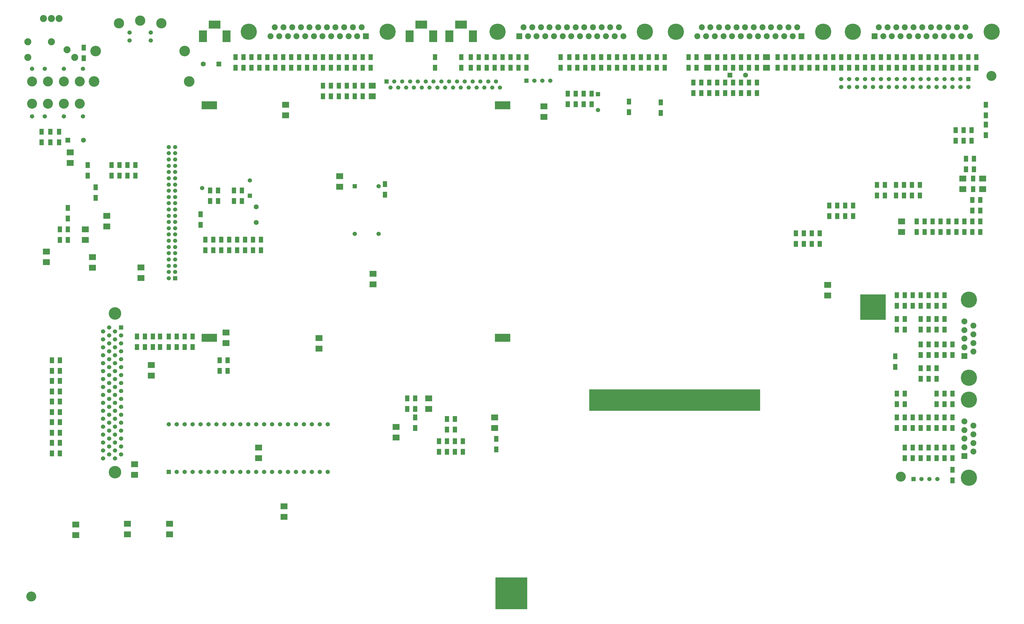
<source format=gbs>
G04 #@! TF.GenerationSoftware,KiCad,Pcbnew,5.1.7-1.fc32*
G04 #@! TF.CreationDate,2020-10-19T10:18:13+01:00*
G04 #@! TF.ProjectId,Amiga600,416d6967-6136-4303-902e-6b696361645f,rev?*
G04 #@! TF.SameCoordinates,Original*
G04 #@! TF.FileFunction,Soldermask,Bot*
G04 #@! TF.FilePolarity,Negative*
%FSLAX46Y46*%
G04 Gerber Fmt 4.6, Leading zero omitted, Abs format (unit mm)*
G04 Created by KiCad (PCBNEW 5.1.7-1.fc32) date 2020-10-19 10:18:13*
%MOMM*%
%LPD*%
G01*
G04 APERTURE LIST*
%ADD10C,0.100000*%
%ADD11C,1.370000*%
%ADD12R,1.370000X1.370000*%
%ADD13C,4.000000*%
%ADD14R,5.000000X2.500000*%
%ADD15O,4.750000X2.500000*%
%ADD16C,2.250000*%
%ADD17C,1.900000*%
%ADD18C,5.200000*%
%ADD19C,4.200000*%
%ADD20R,1.900000X1.900000*%
%ADD21R,8.128000X8.128000*%
%ADD22C,4.500000*%
%ADD23C,3.200000*%
%ADD24R,0.762000X6.350000*%
%ADD25C,1.600000*%
%ADD26R,1.600000X1.600000*%
%ADD27R,1.370000X1.900000*%
%ADD28R,2.300000X1.900000*%
%ADD29C,3.300000*%
%ADD30C,3.400000*%
%ADD31R,10.160000X10.160000*%
%ADD32C,1.330000*%
%ADD33R,1.330000X1.330000*%
%ADD34R,3.750000X2.500000*%
%ADD35R,2.500000X3.750000*%
%ADD36O,2.000000X3.500000*%
%ADD37O,3.500000X2.300000*%
G04 APERTURE END LIST*
D10*
G36*
X237998000Y-129540000D02*
G01*
X183388000Y-129540000D01*
X183388000Y-122682000D01*
X237998000Y-122682000D01*
X237998000Y-129540000D01*
G37*
D11*
X28052000Y-144780000D03*
X29962000Y-143510000D03*
X28052000Y-142240000D03*
X29962000Y-140970000D03*
X28052000Y-139700000D03*
X29962000Y-138430000D03*
X28052000Y-137160000D03*
X29962000Y-135890000D03*
X28052000Y-134620000D03*
X29962000Y-133350000D03*
X28052000Y-132080000D03*
X29962000Y-130810000D03*
X28052000Y-129540000D03*
X29962000Y-128270000D03*
X28052000Y-127000000D03*
X29962000Y-125730000D03*
X28052000Y-124460000D03*
X29962000Y-123190000D03*
X28052000Y-121920000D03*
X29962000Y-120650000D03*
X28052000Y-119380000D03*
X29962000Y-118110000D03*
X28052000Y-116840000D03*
X29962000Y-115570000D03*
X28052000Y-114300000D03*
X29962000Y-113030000D03*
X28052000Y-111760000D03*
X29962000Y-110490000D03*
X28052000Y-109220000D03*
X29962000Y-107950000D03*
X28052000Y-106680000D03*
X29962000Y-105410000D03*
X28052000Y-104140000D03*
X29962000Y-102870000D03*
X31872000Y-144780000D03*
X33782000Y-143510000D03*
X31872000Y-142240000D03*
X33782000Y-140970000D03*
X31872000Y-139700000D03*
X33782000Y-138430000D03*
X31872000Y-137160000D03*
X33782000Y-135890000D03*
X31872000Y-134620000D03*
X33782000Y-133350000D03*
X31872000Y-132080000D03*
X33782000Y-130810000D03*
X31872000Y-129540000D03*
X33782000Y-128270000D03*
X31872000Y-127000000D03*
X33782000Y-125730000D03*
X31872000Y-124460000D03*
X33782000Y-123190000D03*
X31872000Y-121920000D03*
X33782000Y-120650000D03*
X31872000Y-119380000D03*
X33782000Y-118110000D03*
X31872000Y-116840000D03*
X33782000Y-115570000D03*
X31872000Y-114300000D03*
X33782000Y-113030000D03*
X31872000Y-111760000D03*
X33782000Y-110490000D03*
X31872000Y-109220000D03*
X33782000Y-107950000D03*
X31872000Y-106680000D03*
X33782000Y-105410000D03*
D12*
X33782000Y-102870000D03*
D13*
X31872000Y-98420000D03*
X31872000Y-149230000D03*
D11*
X31872000Y-104140000D03*
D14*
X61976000Y-106172000D03*
D15*
X61976000Y-106172000D03*
D14*
X155702000Y-106172000D03*
D15*
X155702000Y-106172000D03*
D14*
X155702000Y-31750000D03*
D15*
X155702000Y-31750000D03*
D14*
X61976000Y-31750000D03*
D15*
X61976000Y-31750000D03*
D11*
X263906000Y-25908000D03*
X263906000Y-23368000D03*
X266446000Y-25908000D03*
X266446000Y-23368000D03*
X268986000Y-25908000D03*
X268986000Y-23368000D03*
X271526000Y-25908000D03*
X271526000Y-23368000D03*
X274066000Y-25908000D03*
X274066000Y-23368000D03*
X276606000Y-25908000D03*
X276606000Y-23368000D03*
X279146000Y-25908000D03*
X279146000Y-23368000D03*
X281686000Y-25908000D03*
X281686000Y-23368000D03*
X284226000Y-25908000D03*
X284226000Y-23368000D03*
X286766000Y-25908000D03*
X286766000Y-23368000D03*
X289306000Y-25908000D03*
X289306000Y-23368000D03*
X291846000Y-25908000D03*
X291846000Y-23368000D03*
X294386000Y-25908000D03*
X294386000Y-23368000D03*
X296926000Y-25908000D03*
X296926000Y-23368000D03*
X299466000Y-25908000D03*
X299466000Y-23368000D03*
X302006000Y-25908000D03*
X302006000Y-23368000D03*
X304546000Y-25908000D03*
D12*
X304546000Y-23368000D03*
D16*
X11510000Y-11470000D03*
X19010000Y-16470000D03*
X16510000Y-13970000D03*
X4010000Y-11470000D03*
X4010000Y-16470000D03*
X14010000Y-3970000D03*
X9010000Y-3970000D03*
X11510000Y-3970000D03*
D17*
X303659000Y-6812000D03*
X300889000Y-6812000D03*
X298119000Y-6812000D03*
X295349000Y-6812000D03*
X292579000Y-6812000D03*
X289809000Y-6812000D03*
X287039000Y-6812000D03*
X284269000Y-6812000D03*
X281499000Y-6812000D03*
X278729000Y-6812000D03*
X275959000Y-6812000D03*
X305044000Y-9652000D03*
X302274000Y-9652000D03*
X299504000Y-9652000D03*
X296734000Y-9652000D03*
X293964000Y-9652000D03*
X291194000Y-9652000D03*
X288424000Y-9652000D03*
X285654000Y-9652000D03*
X282884000Y-9652000D03*
X280114000Y-9652000D03*
D18*
X267644000Y-8232000D03*
X311974000Y-8232000D03*
D19*
X267644000Y-8232000D03*
X311974000Y-8232000D03*
D17*
X277344000Y-9652000D03*
D20*
X274574000Y-9652000D03*
D17*
X219351000Y-6812000D03*
X222121000Y-6812000D03*
X224891000Y-6812000D03*
X227661000Y-6812000D03*
X230431000Y-6812000D03*
X233201000Y-6812000D03*
X235971000Y-6812000D03*
X238741000Y-6812000D03*
X241511000Y-6812000D03*
X244281000Y-6812000D03*
X247051000Y-6812000D03*
X249821000Y-6812000D03*
X217966000Y-9652000D03*
X220736000Y-9652000D03*
X223506000Y-9652000D03*
X226276000Y-9652000D03*
X229046000Y-9652000D03*
X231816000Y-9652000D03*
X234586000Y-9652000D03*
X237356000Y-9652000D03*
X240126000Y-9652000D03*
X242896000Y-9652000D03*
X245666000Y-9652000D03*
D18*
X211036000Y-8232000D03*
X258136000Y-8232000D03*
D19*
X211036000Y-8232000D03*
X258136000Y-8232000D03*
D17*
X248436000Y-9652000D03*
D20*
X251206000Y-9652000D03*
D17*
X192891000Y-6812000D03*
X190121000Y-6812000D03*
X187351000Y-6812000D03*
X184581000Y-6812000D03*
X181811000Y-6812000D03*
X179041000Y-6812000D03*
X176271000Y-6812000D03*
X173501000Y-6812000D03*
X170731000Y-6812000D03*
X167961000Y-6812000D03*
X165191000Y-6812000D03*
X162421000Y-6812000D03*
X194276000Y-9652000D03*
X191506000Y-9652000D03*
X188736000Y-9652000D03*
X185966000Y-9652000D03*
X183196000Y-9652000D03*
X180426000Y-9652000D03*
X177656000Y-9652000D03*
X174886000Y-9652000D03*
X172116000Y-9652000D03*
X169346000Y-9652000D03*
X166576000Y-9652000D03*
D18*
X154106000Y-8232000D03*
X201206000Y-8232000D03*
D19*
X154106000Y-8232000D03*
X201206000Y-8232000D03*
D17*
X163806000Y-9652000D03*
D20*
X161036000Y-9652000D03*
D21*
X274066000Y-96393000D03*
D22*
X274066000Y-96393000D03*
D12*
X108458000Y-57658000D03*
D11*
X116078000Y-57658000D03*
X116078000Y-72898000D03*
X108458000Y-72898000D03*
D23*
X311912000Y-22352000D03*
X5080000Y-188976000D03*
X282956000Y-150622000D03*
D24*
X235458000Y-125857000D03*
X234188000Y-125857000D03*
X232918000Y-125857000D03*
X231648000Y-125857000D03*
X230378000Y-125857000D03*
X229108000Y-125857000D03*
X227838000Y-125857000D03*
X226568000Y-125857000D03*
X225298000Y-125857000D03*
X224028000Y-125857000D03*
X222758000Y-125857000D03*
X220218000Y-125857000D03*
X221488000Y-125857000D03*
X218948000Y-125857000D03*
X217678000Y-125857000D03*
X216408000Y-125857000D03*
X215138000Y-125857000D03*
X213868000Y-125857000D03*
X212598000Y-125857000D03*
X211328000Y-125857000D03*
X210058000Y-125857000D03*
X208788000Y-125857000D03*
X207518000Y-125857000D03*
X206248000Y-125857000D03*
X204978000Y-125857000D03*
X203708000Y-125857000D03*
X202438000Y-125857000D03*
X201168000Y-125857000D03*
X199898000Y-125857000D03*
X198628000Y-125857000D03*
X197358000Y-125857000D03*
X196088000Y-125857000D03*
X194818000Y-125857000D03*
X193548000Y-125857000D03*
X192278000Y-125857000D03*
X191008000Y-125857000D03*
X189738000Y-125857000D03*
X188468000Y-125857000D03*
X187198000Y-125857000D03*
X185928000Y-125857000D03*
D11*
X170942000Y-23876000D03*
X168402000Y-23876000D03*
D12*
X163322000Y-23876000D03*
D11*
X165862000Y-23876000D03*
X294640000Y-151384000D03*
X292100000Y-151384000D03*
D12*
X287020000Y-151384000D03*
D11*
X289560000Y-151384000D03*
D25*
X76962000Y-64262000D03*
X76962000Y-69262000D03*
D11*
X186182000Y-33274000D03*
D12*
X186182000Y-28194000D03*
D17*
X82929000Y-6812000D03*
X85699000Y-6812000D03*
X88469000Y-6812000D03*
X91239000Y-6812000D03*
X94009000Y-6812000D03*
X96779000Y-6812000D03*
X99549000Y-6812000D03*
X102319000Y-6812000D03*
X105089000Y-6812000D03*
X107859000Y-6812000D03*
X110629000Y-6812000D03*
X81544000Y-9652000D03*
X84314000Y-9652000D03*
X87084000Y-9652000D03*
X89854000Y-9652000D03*
X92624000Y-9652000D03*
X95394000Y-9652000D03*
X98164000Y-9652000D03*
X100934000Y-9652000D03*
X103704000Y-9652000D03*
X106474000Y-9652000D03*
D18*
X74614000Y-8232000D03*
X118944000Y-8232000D03*
D19*
X74614000Y-8232000D03*
X118944000Y-8232000D03*
D17*
X109244000Y-9652000D03*
D20*
X112014000Y-9652000D03*
D11*
X59690000Y-58266000D03*
D12*
X74930000Y-60706000D03*
D11*
X74930000Y-55826000D03*
D25*
X233346000Y-22098000D03*
D26*
X228346000Y-22098000D03*
D25*
X21764000Y-42926000D03*
D26*
X16764000Y-42926000D03*
D25*
X60024000Y-18542000D03*
D26*
X65024000Y-18542000D03*
D27*
X30734000Y-54278000D03*
X30734000Y-50878000D03*
X38354000Y-50878000D03*
X38354000Y-54278000D03*
X35814000Y-50878000D03*
X35814000Y-54278000D03*
X16764000Y-64594000D03*
X16764000Y-67994000D03*
X33274000Y-50878000D03*
X33274000Y-54278000D03*
X16764000Y-74852000D03*
X16764000Y-71452000D03*
X46228000Y-105742000D03*
X46228000Y-109142000D03*
X206248000Y-30812000D03*
X206248000Y-34212000D03*
X305562000Y-43102000D03*
X305562000Y-39702000D03*
X65786000Y-74754000D03*
X65786000Y-78154000D03*
X60706000Y-74754000D03*
X60706000Y-78154000D03*
X249428000Y-76122000D03*
X249428000Y-72722000D03*
X257048000Y-72722000D03*
X257048000Y-76122000D03*
X64770000Y-59006000D03*
X64770000Y-62406000D03*
X69850000Y-62406000D03*
X69850000Y-59006000D03*
X72390000Y-62406000D03*
X72390000Y-59006000D03*
X59182000Y-70026000D03*
X59182000Y-66626000D03*
X281178000Y-115492000D03*
X281178000Y-112092000D03*
X299466000Y-148414000D03*
X299466000Y-151814000D03*
X294386000Y-124030000D03*
X294386000Y-127430000D03*
X226822000Y-27862000D03*
X226822000Y-24462000D03*
X184150000Y-31418000D03*
X184150000Y-28018000D03*
X176530000Y-31418000D03*
X176530000Y-28018000D03*
X21844000Y-13286000D03*
X21844000Y-16686000D03*
X13970000Y-43610000D03*
X13970000Y-40210000D03*
X8382000Y-43610000D03*
X8382000Y-40210000D03*
X11176000Y-40210000D03*
X11176000Y-43610000D03*
X137922000Y-132158000D03*
X137922000Y-135558000D03*
X118110000Y-56974000D03*
X118110000Y-60374000D03*
X72898000Y-16334000D03*
X72898000Y-19734000D03*
X77978000Y-16334000D03*
X77978000Y-19734000D03*
X80518000Y-16334000D03*
X80518000Y-19734000D03*
X85598000Y-16334000D03*
X85598000Y-19734000D03*
X294386000Y-100154000D03*
X294386000Y-103554000D03*
X95758000Y-16334000D03*
X95758000Y-19734000D03*
X98298000Y-16334000D03*
X98298000Y-19734000D03*
X100838000Y-16334000D03*
X100838000Y-19734000D03*
X103378000Y-16334000D03*
X103378000Y-19734000D03*
X108458000Y-16334000D03*
X108458000Y-19734000D03*
X75438000Y-19734000D03*
X75438000Y-16334000D03*
X83058000Y-19734000D03*
X83058000Y-16334000D03*
X88138000Y-19734000D03*
X88138000Y-16334000D03*
X105918000Y-19734000D03*
X105918000Y-16334000D03*
X110998000Y-19734000D03*
X110998000Y-16334000D03*
X145542000Y-16334000D03*
X145542000Y-19734000D03*
X150622000Y-16334000D03*
X150622000Y-19734000D03*
X294386000Y-144702000D03*
X294386000Y-141302000D03*
X299466000Y-127430000D03*
X299466000Y-124030000D03*
X299466000Y-135050000D03*
X299466000Y-131650000D03*
X299466000Y-141302000D03*
X299466000Y-144702000D03*
X289306000Y-141302000D03*
X289306000Y-144702000D03*
X289306000Y-131650000D03*
X289306000Y-135050000D03*
X294386000Y-131650000D03*
X294386000Y-135050000D03*
X294386000Y-119302000D03*
X294386000Y-115902000D03*
X291846000Y-92534000D03*
X291846000Y-95934000D03*
X296926000Y-92534000D03*
X296926000Y-95934000D03*
X299466000Y-111682000D03*
X299466000Y-108282000D03*
X294386000Y-111682000D03*
X294386000Y-108282000D03*
X291846000Y-100154000D03*
X291846000Y-103554000D03*
X296926000Y-100154000D03*
X296926000Y-103554000D03*
X281686000Y-92534000D03*
X281686000Y-95934000D03*
X281686000Y-127430000D03*
X281686000Y-124030000D03*
X286766000Y-92534000D03*
X286766000Y-95934000D03*
X160782000Y-16334000D03*
X160782000Y-19734000D03*
X177038000Y-16334000D03*
X177038000Y-19734000D03*
X179578000Y-16334000D03*
X179578000Y-19734000D03*
X184658000Y-16334000D03*
X184658000Y-19734000D03*
X187198000Y-16334000D03*
X187198000Y-19734000D03*
X189738000Y-16334000D03*
X189738000Y-19734000D03*
X192278000Y-16334000D03*
X192278000Y-19734000D03*
X194818000Y-16334000D03*
X194818000Y-19734000D03*
X197358000Y-16334000D03*
X197358000Y-19734000D03*
X202438000Y-16334000D03*
X202438000Y-19734000D03*
X207518000Y-16334000D03*
X207518000Y-19734000D03*
X174244000Y-16334000D03*
X174244000Y-19734000D03*
X182118000Y-19734000D03*
X182118000Y-16334000D03*
X261366000Y-16334000D03*
X261366000Y-19734000D03*
X256286000Y-19734000D03*
X256286000Y-16334000D03*
X251206000Y-16334000D03*
X251206000Y-19734000D03*
X246126000Y-19734000D03*
X246126000Y-16334000D03*
X236982000Y-27862000D03*
X236982000Y-24462000D03*
X231902000Y-27862000D03*
X231902000Y-24462000D03*
X234442000Y-24462000D03*
X234442000Y-27862000D03*
X226822000Y-19734000D03*
X226822000Y-16334000D03*
X229362000Y-27862000D03*
X229362000Y-24462000D03*
X224282000Y-27862000D03*
X224282000Y-24462000D03*
X310134000Y-37924000D03*
X310134000Y-41324000D03*
X263906000Y-16334000D03*
X263906000Y-19734000D03*
X268986000Y-16334000D03*
X268986000Y-19734000D03*
X286766000Y-16334000D03*
X286766000Y-19734000D03*
X291846000Y-16334000D03*
X291846000Y-19734000D03*
X296926000Y-16334000D03*
X296926000Y-19734000D03*
X266446000Y-16334000D03*
X266446000Y-19734000D03*
X271526000Y-16334000D03*
X271526000Y-19734000D03*
X274066000Y-16334000D03*
X274066000Y-19734000D03*
X276606000Y-16334000D03*
X276606000Y-19734000D03*
X279146000Y-16334000D03*
X279146000Y-19734000D03*
X281686000Y-16334000D03*
X281686000Y-19734000D03*
X284226000Y-16334000D03*
X284226000Y-19734000D03*
X289306000Y-16334000D03*
X289306000Y-19734000D03*
X294386000Y-16334000D03*
X294386000Y-19734000D03*
X299466000Y-16334000D03*
X299466000Y-19734000D03*
X307086000Y-16334000D03*
X307086000Y-19734000D03*
X304546000Y-16334000D03*
X304546000Y-19734000D03*
X306324000Y-48846000D03*
X306324000Y-52246000D03*
X140462000Y-132158000D03*
X140462000Y-135558000D03*
X113538000Y-16334000D03*
X113538000Y-19734000D03*
X142494000Y-16334000D03*
X142494000Y-19734000D03*
X158242000Y-16334000D03*
X158242000Y-19734000D03*
X291846000Y-144702000D03*
X291846000Y-141302000D03*
X296926000Y-127430000D03*
X296926000Y-124030000D03*
X296926000Y-135050000D03*
X296926000Y-131650000D03*
X296926000Y-141302000D03*
X296926000Y-144702000D03*
X286766000Y-141302000D03*
X286766000Y-144702000D03*
X286766000Y-131650000D03*
X286766000Y-135050000D03*
X291846000Y-131650000D03*
X291846000Y-135050000D03*
X291846000Y-119302000D03*
X291846000Y-115902000D03*
X289306000Y-95934000D03*
X289306000Y-92534000D03*
X294386000Y-92534000D03*
X294386000Y-95934000D03*
X296926000Y-108282000D03*
X296926000Y-111682000D03*
X291846000Y-111682000D03*
X291846000Y-108282000D03*
X289306000Y-100154000D03*
X289306000Y-103554000D03*
X284226000Y-127430000D03*
X284226000Y-124030000D03*
X284226000Y-92534000D03*
X284226000Y-95934000D03*
X163322000Y-16334000D03*
X163322000Y-19734000D03*
X199898000Y-16334000D03*
X199898000Y-19734000D03*
X204978000Y-16334000D03*
X204978000Y-19734000D03*
X258826000Y-16334000D03*
X258826000Y-19734000D03*
X253746000Y-16334000D03*
X253746000Y-19734000D03*
X248666000Y-16334000D03*
X248666000Y-19734000D03*
X243586000Y-16334000D03*
X243586000Y-19734000D03*
X236982000Y-16334000D03*
X236982000Y-19734000D03*
X231902000Y-16334000D03*
X231902000Y-19734000D03*
X234442000Y-19734000D03*
X234442000Y-16334000D03*
X217678000Y-19734000D03*
X217678000Y-16334000D03*
X229362000Y-16334000D03*
X229362000Y-19734000D03*
X224282000Y-16334000D03*
X224282000Y-19734000D03*
X310134000Y-34974000D03*
X310134000Y-31574000D03*
X302006000Y-16334000D03*
X302006000Y-19734000D03*
X303784000Y-48846000D03*
X303784000Y-52246000D03*
X65278000Y-116762000D03*
X65278000Y-113362000D03*
X153670000Y-138508000D03*
X153670000Y-141908000D03*
X127762000Y-131650000D03*
X127762000Y-135050000D03*
X14224000Y-74852000D03*
X14224000Y-71452000D03*
X78486000Y-78154000D03*
X78486000Y-74754000D03*
X73406000Y-78154000D03*
X73406000Y-74754000D03*
X70866000Y-78154000D03*
X70866000Y-74754000D03*
X75946000Y-78154000D03*
X75946000Y-74754000D03*
X68326000Y-78154000D03*
X68326000Y-74754000D03*
X63246000Y-78154000D03*
X63246000Y-74754000D03*
X260096000Y-67232000D03*
X260096000Y-63832000D03*
X293116000Y-72312000D03*
X293116000Y-68912000D03*
X134112000Y-19734000D03*
X134112000Y-16334000D03*
X148082000Y-16334000D03*
X148082000Y-19734000D03*
X295656000Y-72312000D03*
X295656000Y-68912000D03*
X300736000Y-68912000D03*
X300736000Y-72312000D03*
X303276000Y-72312000D03*
X303276000Y-68912000D03*
X308356000Y-68912000D03*
X308356000Y-72312000D03*
X153162000Y-19734000D03*
X153162000Y-16334000D03*
X155702000Y-16334000D03*
X155702000Y-19734000D03*
X289052000Y-60628000D03*
X289052000Y-57228000D03*
X290576000Y-68912000D03*
X290576000Y-72312000D03*
X308356000Y-65454000D03*
X308356000Y-62054000D03*
X305816000Y-65454000D03*
X305816000Y-62054000D03*
X306070000Y-55196000D03*
X306070000Y-58596000D03*
X221742000Y-27862000D03*
X221742000Y-24462000D03*
X265176000Y-63832000D03*
X265176000Y-67232000D03*
X267716000Y-63832000D03*
X267716000Y-67232000D03*
X215138000Y-19734000D03*
X215138000Y-16334000D03*
X275336000Y-60628000D03*
X275336000Y-57228000D03*
X283972000Y-60628000D03*
X283972000Y-57228000D03*
X277876000Y-60628000D03*
X277876000Y-57228000D03*
X181610000Y-28018000D03*
X181610000Y-31418000D03*
X179070000Y-28018000D03*
X179070000Y-31418000D03*
X281686000Y-100154000D03*
X281686000Y-103554000D03*
X43942000Y-105742000D03*
X43942000Y-109142000D03*
X38862000Y-105742000D03*
X38862000Y-109142000D03*
X41402000Y-105742000D03*
X41402000Y-109142000D03*
X56642000Y-109142000D03*
X56642000Y-105742000D03*
X54102000Y-109142000D03*
X54102000Y-105742000D03*
X51562000Y-105742000D03*
X51562000Y-109142000D03*
X49022000Y-109142000D03*
X49022000Y-105742000D03*
X11684000Y-129970000D03*
X11684000Y-126570000D03*
X11684000Y-113362000D03*
X11684000Y-116762000D03*
X14224000Y-116762000D03*
X14224000Y-113362000D03*
X67818000Y-113362000D03*
X67818000Y-116762000D03*
X98298000Y-25478000D03*
X98298000Y-28878000D03*
X100838000Y-25478000D03*
X100838000Y-28878000D03*
X219202000Y-27862000D03*
X219202000Y-24462000D03*
X14224000Y-129970000D03*
X14224000Y-126570000D03*
X125222000Y-125554000D03*
X125222000Y-128954000D03*
X143002000Y-139270000D03*
X143002000Y-142670000D03*
X303022000Y-39702000D03*
X303022000Y-43102000D03*
X105918000Y-25478000D03*
X105918000Y-28878000D03*
X103378000Y-25478000D03*
X103378000Y-28878000D03*
X216662000Y-27862000D03*
X216662000Y-24462000D03*
X11684000Y-123366000D03*
X11684000Y-119966000D03*
X11684000Y-139778000D03*
X11684000Y-143178000D03*
X25654000Y-57990000D03*
X25654000Y-61390000D03*
X23114000Y-50878000D03*
X23114000Y-54278000D03*
X110998000Y-25478000D03*
X110998000Y-28878000D03*
X108458000Y-25478000D03*
X108458000Y-28878000D03*
X284226000Y-100154000D03*
X284226000Y-103554000D03*
X11684000Y-136574000D03*
X11684000Y-133174000D03*
X140462000Y-139270000D03*
X140462000Y-142670000D03*
X289306000Y-115902000D03*
X289306000Y-119302000D03*
X262636000Y-63832000D03*
X262636000Y-67232000D03*
X14224000Y-136574000D03*
X14224000Y-133174000D03*
X137922000Y-139270000D03*
X137922000Y-142670000D03*
X70358000Y-19734000D03*
X70358000Y-16334000D03*
X281686000Y-131650000D03*
X281686000Y-135050000D03*
X14224000Y-139778000D03*
X14224000Y-143178000D03*
X300482000Y-39702000D03*
X300482000Y-43102000D03*
X196088000Y-33958000D03*
X196088000Y-30558000D03*
X14224000Y-119966000D03*
X14224000Y-123366000D03*
X135382000Y-139270000D03*
X135382000Y-142670000D03*
X284226000Y-131650000D03*
X284226000Y-135050000D03*
X127762000Y-125554000D03*
X127762000Y-128954000D03*
X284226000Y-141302000D03*
X284226000Y-144702000D03*
X93218000Y-16334000D03*
X93218000Y-19734000D03*
X90678000Y-16334000D03*
X90678000Y-19734000D03*
X251968000Y-72722000D03*
X251968000Y-76122000D03*
X254508000Y-72722000D03*
X254508000Y-76122000D03*
X288036000Y-72312000D03*
X288036000Y-68912000D03*
X286512000Y-60628000D03*
X286512000Y-57228000D03*
X281432000Y-60628000D03*
X281432000Y-57228000D03*
X62230000Y-59006000D03*
X62230000Y-62406000D03*
X298196000Y-68912000D03*
X298196000Y-72312000D03*
X305816000Y-72312000D03*
X305816000Y-68912000D03*
D28*
X22352000Y-71452000D03*
X22352000Y-74852000D03*
X103632000Y-54434000D03*
X103632000Y-57834000D03*
X77724000Y-144702000D03*
X77724000Y-141302000D03*
X168910000Y-35482000D03*
X168910000Y-32082000D03*
X283210000Y-68912000D03*
X283210000Y-72312000D03*
X114300000Y-89076000D03*
X114300000Y-85676000D03*
X86360000Y-34974000D03*
X86360000Y-31574000D03*
X24638000Y-83742000D03*
X24638000Y-80342000D03*
X40132000Y-87044000D03*
X40132000Y-83644000D03*
X9906000Y-81964000D03*
X9906000Y-78564000D03*
X85852000Y-160098000D03*
X85852000Y-163498000D03*
X19304000Y-169340000D03*
X19304000Y-165940000D03*
X35814000Y-169086000D03*
X35814000Y-165686000D03*
X49276000Y-169086000D03*
X49276000Y-165686000D03*
X114046000Y-25478000D03*
X114046000Y-28878000D03*
X309118000Y-58596000D03*
X309118000Y-55196000D03*
X302768000Y-58596000D03*
X302768000Y-55196000D03*
X240030000Y-16334000D03*
X240030000Y-19734000D03*
X221234000Y-16334000D03*
X221234000Y-19734000D03*
X38100000Y-146636000D03*
X38100000Y-150036000D03*
X43434000Y-118286000D03*
X43434000Y-114886000D03*
X121666000Y-138098000D03*
X121666000Y-134698000D03*
X17526000Y-46814000D03*
X17526000Y-50214000D03*
X67310000Y-107872000D03*
X67310000Y-104472000D03*
X153162000Y-135050000D03*
X153162000Y-131650000D03*
X97028000Y-109650000D03*
X97028000Y-106250000D03*
X132080000Y-128954000D03*
X132080000Y-125554000D03*
X29210000Y-70534000D03*
X29210000Y-67134000D03*
X259588000Y-92632000D03*
X259588000Y-89232000D03*
D27*
X289306000Y-111682000D03*
X289306000Y-108282000D03*
D29*
X39878000Y-4699000D03*
X33118000Y-5509000D03*
X46638000Y-5509000D03*
D11*
X36528000Y-8499000D03*
X43228000Y-8499000D03*
X36528000Y-10999000D03*
X43228000Y-10999000D03*
D30*
X55586000Y-24108000D03*
X54078000Y-14408000D03*
X25678000Y-14408000D03*
X25186000Y-24108000D03*
D23*
X5334000Y-31242000D03*
X5334000Y-24130000D03*
X10414000Y-31242000D03*
X10414000Y-24130000D03*
X15494000Y-31242000D03*
X15494000Y-24130000D03*
X20574000Y-31242000D03*
X20574000Y-24130000D03*
D11*
X5334000Y-35306000D03*
X5334000Y-20066000D03*
X9398000Y-35306000D03*
X9398000Y-20066000D03*
X15494000Y-35306000D03*
X15494000Y-20066000D03*
D17*
X5334000Y-31242000D03*
X5334000Y-24130000D03*
X10414000Y-31242000D03*
X10414000Y-24130000D03*
X15494000Y-31242000D03*
X15494000Y-24130000D03*
D11*
X21590000Y-35306000D03*
X21590000Y-20066000D03*
D17*
X20574000Y-24130000D03*
X20574000Y-31242000D03*
D31*
X158496000Y-187960000D03*
D22*
X158496000Y-187960000D03*
D32*
X49054000Y-45122000D03*
X51054000Y-45122000D03*
X49054000Y-47122000D03*
X51054000Y-47122000D03*
X49054000Y-49122000D03*
X51054000Y-49122000D03*
X49054000Y-51122000D03*
X51054000Y-51122000D03*
X49054000Y-53122000D03*
X51054000Y-53122000D03*
X49054000Y-55122000D03*
X51054000Y-55122000D03*
X49054000Y-57122000D03*
X51054000Y-57122000D03*
X49054000Y-59122000D03*
X51054000Y-59122000D03*
X49054000Y-61122000D03*
X51054000Y-61122000D03*
X49054000Y-63122000D03*
X51054000Y-63122000D03*
X49054000Y-65122000D03*
X51054000Y-65122000D03*
X49054000Y-67122000D03*
X51054000Y-67122000D03*
X49054000Y-69122000D03*
X51054000Y-69122000D03*
X49054000Y-71122000D03*
X51054000Y-71122000D03*
X49054000Y-73122000D03*
X51054000Y-73122000D03*
X49054000Y-75122000D03*
X51054000Y-75122000D03*
X49054000Y-77122000D03*
X51054000Y-77122000D03*
X49054000Y-79122000D03*
X51054000Y-79122000D03*
X49054000Y-81122000D03*
X51054000Y-81122000D03*
X49054000Y-83122000D03*
X51054000Y-83122000D03*
X49054000Y-85122000D03*
X51054000Y-85122000D03*
X49054000Y-87122000D03*
D33*
X51054000Y-87122000D03*
D11*
X49022000Y-133858000D03*
X51562000Y-133858000D03*
X54102000Y-133858000D03*
X56642000Y-133858000D03*
X59182000Y-133858000D03*
X61722000Y-133858000D03*
X64262000Y-133858000D03*
X66802000Y-133858000D03*
X69342000Y-133858000D03*
X71882000Y-133858000D03*
X74422000Y-133858000D03*
X76962000Y-133858000D03*
X79502000Y-133858000D03*
X82042000Y-133858000D03*
X84582000Y-133858000D03*
X87122000Y-133858000D03*
X89662000Y-133858000D03*
X92202000Y-133858000D03*
X94742000Y-133858000D03*
X97282000Y-133858000D03*
X99822000Y-133858000D03*
X99822000Y-149098000D03*
X97282000Y-149098000D03*
X94742000Y-149098000D03*
X92202000Y-149098000D03*
X89662000Y-149098000D03*
X87122000Y-149098000D03*
X84582000Y-149098000D03*
X82042000Y-149098000D03*
X79502000Y-149098000D03*
X76962000Y-149098000D03*
X74422000Y-149098000D03*
X71882000Y-149098000D03*
X69342000Y-149098000D03*
X66802000Y-149098000D03*
X64262000Y-149098000D03*
X61722000Y-149098000D03*
X59182000Y-149098000D03*
X56642000Y-149098000D03*
X54102000Y-149098000D03*
X51562000Y-149098000D03*
D12*
X49022000Y-149098000D03*
D32*
X154868000Y-26130000D03*
X153618000Y-24130000D03*
X152368000Y-26130000D03*
X151118000Y-24130000D03*
X149868000Y-26130000D03*
X147368000Y-26130000D03*
X148618000Y-24130000D03*
X146118000Y-24130000D03*
X144868000Y-26130000D03*
X143618000Y-24130000D03*
X142368000Y-26130000D03*
X141118000Y-24130000D03*
X139868000Y-26130000D03*
X138618000Y-24130000D03*
X137368000Y-26130000D03*
X136118000Y-24130000D03*
X134868000Y-26130000D03*
X133618000Y-24130000D03*
X132368000Y-26130000D03*
X131118000Y-24130000D03*
X129868000Y-26130000D03*
X128618000Y-24130000D03*
X127368000Y-26130000D03*
X126118000Y-24130000D03*
X124868000Y-26130000D03*
X123618000Y-24130000D03*
X122368000Y-26130000D03*
X121118000Y-24130000D03*
X119868000Y-26130000D03*
D33*
X118618000Y-24130000D03*
D34*
X142434000Y-5952000D03*
D35*
X146184000Y-9652000D03*
X138684000Y-9652000D03*
D36*
X138684000Y-9652000D03*
X146184000Y-9652000D03*
D37*
X142434000Y-5952000D03*
D34*
X129734000Y-5952000D03*
D35*
X133484000Y-9652000D03*
X125984000Y-9652000D03*
D36*
X125984000Y-9652000D03*
X133484000Y-9652000D03*
D37*
X129734000Y-5952000D03*
D34*
X63694000Y-5952000D03*
D35*
X67444000Y-9652000D03*
X59944000Y-9652000D03*
D36*
X59944000Y-9652000D03*
X67444000Y-9652000D03*
D37*
X63694000Y-5952000D03*
D17*
X306116000Y-134323000D03*
X306116000Y-137093000D03*
X306116000Y-139863000D03*
X306116000Y-142633000D03*
X303276000Y-132938000D03*
X303276000Y-135708000D03*
X303276000Y-138478000D03*
X303276000Y-141248000D03*
D18*
X304696000Y-125978000D03*
X304696000Y-150978000D03*
D20*
X303276000Y-144018000D03*
D19*
X304696000Y-150978000D03*
X304696000Y-125978000D03*
D17*
X306116000Y-102319000D03*
X306116000Y-105089000D03*
X306116000Y-107859000D03*
X306116000Y-110629000D03*
X303276000Y-100934000D03*
X303276000Y-103704000D03*
X303276000Y-106474000D03*
X303276000Y-109244000D03*
D18*
X304696000Y-93974000D03*
X304696000Y-118974000D03*
D20*
X303276000Y-112014000D03*
D19*
X304696000Y-118974000D03*
X304696000Y-93974000D03*
M02*

</source>
